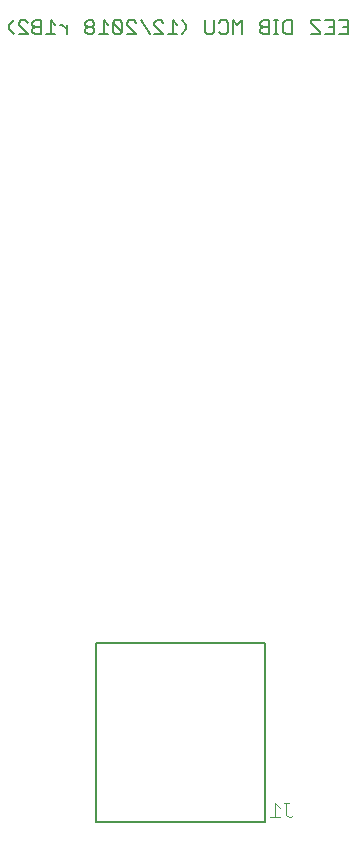
<source format=gbo>
G75*
%MOIN*%
%OFA0B0*%
%FSLAX25Y25*%
%IPPOS*%
%LPD*%
%AMOC8*
5,1,8,0,0,1.08239X$1,22.5*
%
%ADD10C,0.00500*%
%ADD11C,0.00400*%
D10*
X0241660Y0149130D02*
X0297762Y0149130D01*
X0297762Y0208972D01*
X0241660Y0208972D01*
X0241660Y0149130D01*
X0242544Y0411891D02*
X0245546Y0411891D01*
X0244045Y0411891D02*
X0244045Y0416394D01*
X0245546Y0414893D01*
X0247148Y0415644D02*
X0250150Y0412641D01*
X0249400Y0411891D01*
X0247898Y0411891D01*
X0247148Y0412641D01*
X0247148Y0415644D01*
X0247898Y0416394D01*
X0249400Y0416394D01*
X0250150Y0415644D01*
X0250150Y0412641D01*
X0251752Y0411891D02*
X0254754Y0411891D01*
X0251752Y0414893D01*
X0251752Y0415644D01*
X0252502Y0416394D01*
X0254004Y0416394D01*
X0254754Y0415644D01*
X0256356Y0416394D02*
X0259358Y0411891D01*
X0260960Y0411891D02*
X0263962Y0411891D01*
X0260960Y0414893D01*
X0260960Y0415644D01*
X0261710Y0416394D01*
X0263211Y0416394D01*
X0263962Y0415644D01*
X0267065Y0416394D02*
X0267065Y0411891D01*
X0268566Y0411891D02*
X0265563Y0411891D01*
X0268566Y0414893D02*
X0267065Y0416394D01*
X0270134Y0416394D02*
X0271635Y0414893D01*
X0271635Y0413392D01*
X0270134Y0411891D01*
X0277841Y0412641D02*
X0278591Y0411891D01*
X0280093Y0411891D01*
X0280843Y0412641D01*
X0280843Y0416394D01*
X0282445Y0415644D02*
X0283195Y0416394D01*
X0284696Y0416394D01*
X0285447Y0415644D01*
X0285447Y0412641D01*
X0284696Y0411891D01*
X0283195Y0411891D01*
X0282445Y0412641D01*
X0277841Y0412641D02*
X0277841Y0416394D01*
X0287048Y0416394D02*
X0287048Y0411891D01*
X0290051Y0411891D02*
X0290051Y0416394D01*
X0288550Y0414893D01*
X0287048Y0416394D01*
X0296256Y0415644D02*
X0296256Y0414893D01*
X0297007Y0414142D01*
X0299259Y0414142D01*
X0299259Y0411891D02*
X0299259Y0416394D01*
X0297007Y0416394D01*
X0296256Y0415644D01*
X0297007Y0414142D02*
X0296256Y0413392D01*
X0296256Y0412641D01*
X0297007Y0411891D01*
X0299259Y0411891D01*
X0300827Y0411891D02*
X0302328Y0411891D01*
X0301577Y0411891D02*
X0301577Y0416394D01*
X0300827Y0416394D02*
X0302328Y0416394D01*
X0303930Y0415644D02*
X0304680Y0416394D01*
X0306932Y0416394D01*
X0306932Y0411891D01*
X0304680Y0411891D01*
X0303930Y0412641D01*
X0303930Y0415644D01*
X0313137Y0415644D02*
X0316140Y0412641D01*
X0316140Y0411891D01*
X0313137Y0411891D01*
X0313137Y0415644D02*
X0313137Y0416394D01*
X0316140Y0416394D01*
X0317741Y0416394D02*
X0320744Y0416394D01*
X0320744Y0411891D01*
X0317741Y0411891D01*
X0319243Y0414142D02*
X0320744Y0414142D01*
X0322345Y0411891D02*
X0325348Y0411891D01*
X0325348Y0416394D01*
X0322345Y0416394D01*
X0323846Y0414142D02*
X0325348Y0414142D01*
X0240942Y0413392D02*
X0240192Y0414142D01*
X0238691Y0414142D01*
X0237940Y0413392D01*
X0237940Y0412641D01*
X0238691Y0411891D01*
X0240192Y0411891D01*
X0240942Y0412641D01*
X0240942Y0413392D01*
X0240192Y0414142D02*
X0240942Y0414893D01*
X0240942Y0415644D01*
X0240192Y0416394D01*
X0238691Y0416394D01*
X0237940Y0415644D01*
X0237940Y0414893D01*
X0238691Y0414142D01*
X0231735Y0413392D02*
X0230233Y0414893D01*
X0229483Y0414893D01*
X0227898Y0414893D02*
X0226397Y0416394D01*
X0226397Y0411891D01*
X0227898Y0411891D02*
X0224895Y0411891D01*
X0223294Y0411891D02*
X0221042Y0411891D01*
X0220292Y0412641D01*
X0220292Y0413392D01*
X0221042Y0414142D01*
X0223294Y0414142D01*
X0223294Y0411891D02*
X0223294Y0416394D01*
X0221042Y0416394D01*
X0220292Y0415644D01*
X0220292Y0414893D01*
X0221042Y0414142D01*
X0218690Y0415644D02*
X0217940Y0416394D01*
X0216438Y0416394D01*
X0215688Y0415644D01*
X0215688Y0414893D01*
X0218690Y0411891D01*
X0215688Y0411891D01*
X0214086Y0411891D02*
X0212585Y0413392D01*
X0212585Y0414893D01*
X0214086Y0416394D01*
X0231735Y0414893D02*
X0231735Y0411891D01*
D11*
X0301154Y0155454D02*
X0301154Y0150850D01*
X0299620Y0150850D02*
X0302689Y0150850D01*
X0304991Y0151617D02*
X0305758Y0150850D01*
X0306526Y0150850D01*
X0307293Y0151617D01*
X0304991Y0151617D02*
X0304991Y0155454D01*
X0305758Y0155454D02*
X0304224Y0155454D01*
X0302689Y0153919D02*
X0301154Y0155454D01*
M02*

</source>
